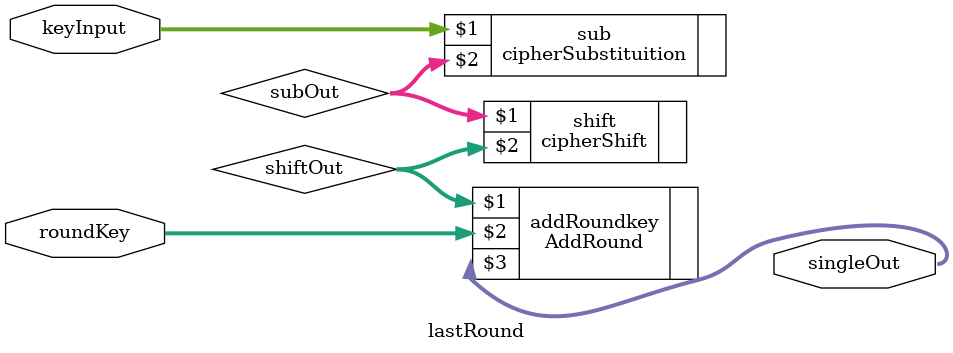
<source format=v>
`timescale 1ns / 1ps
module lastRound(
	input[127:0] keyInput,
	input[127:0] roundKey,
	output[127:0] singleOut
    );
   wire[127:0] subOut;
	wire[127:0] shiftOut;
	cipherSubstituition sub(keyInput,subOut);
	cipherShift shift(subOut,shiftOut);
	AddRound addRoundkey(shiftOut,roundKey,singleOut); 
	

endmodule

</source>
